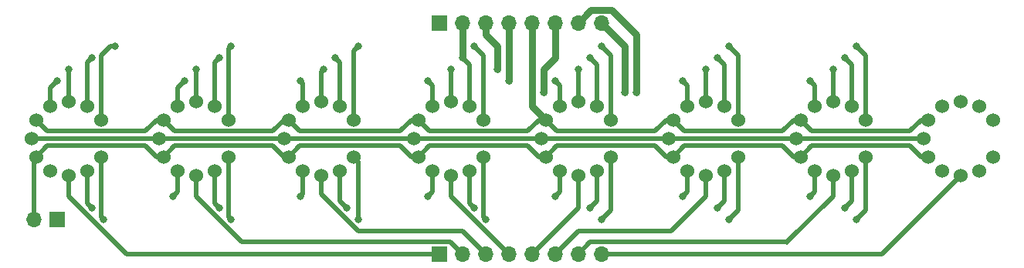
<source format=gtl>
%TF.GenerationSoftware,KiCad,Pcbnew,(6.0.2)*%
%TF.CreationDate,2022-05-27T21:50:11+02:00*%
%TF.ProjectId,divergence_meter_top,64697665-7267-4656-9e63-655f6d657465,rev?*%
%TF.SameCoordinates,Original*%
%TF.FileFunction,Copper,L1,Top*%
%TF.FilePolarity,Positive*%
%FSLAX46Y46*%
G04 Gerber Fmt 4.6, Leading zero omitted, Abs format (unit mm)*
G04 Created by KiCad (PCBNEW (6.0.2)) date 2022-05-27 21:50:11*
%MOMM*%
%LPD*%
G01*
G04 APERTURE LIST*
%TA.AperFunction,ComponentPad*%
%ADD10C,1.524000*%
%TD*%
%TA.AperFunction,ComponentPad*%
%ADD11R,1.700000X1.700000*%
%TD*%
%TA.AperFunction,ComponentPad*%
%ADD12O,1.700000X1.700000*%
%TD*%
%TA.AperFunction,ViaPad*%
%ADD13C,0.800000*%
%TD*%
%TA.AperFunction,Conductor*%
%ADD14C,0.500000*%
%TD*%
%TA.AperFunction,Conductor*%
%ADD15C,0.750000*%
%TD*%
G04 APERTURE END LIST*
D10*
%TO.P,itr7,1,B*%
%TO.N,Net-(JS1-Pad1)*%
X188976000Y-105918000D03*
%TO.P,itr7,2,A*%
%TO.N,Net-(JS1-Pad2)*%
X187452000Y-104394000D03*
%TO.P,itr7,3,G*%
%TO.N,Net-(JS1-Pad3)*%
X185420000Y-103886000D03*
%TO.P,itr7,4,F*%
%TO.N,Net-(JS1-Pad4)*%
X183388000Y-104394000D03*
%TO.P,itr7,5,E*%
%TO.N,Net-(JS1-Pad5)*%
X181864000Y-105918000D03*
%TO.P,itr7,6,D*%
%TO.N,Net-(JS1-Pad6)*%
X181356000Y-107950000D03*
%TO.P,itr7,7,Cath*%
%TO.N,Net-(JP1-Pad2)*%
X181864000Y-109982000D03*
%TO.P,itr7,8,Cath*%
%TO.N,Net-(JP1-Pad1)*%
X183388000Y-111506000D03*
%TO.P,itr7,9,Grid*%
%TO.N,Net-(JG1-Pad7)*%
X185420000Y-112014000D03*
%TO.P,itr7,10,C*%
%TO.N,Net-(JS1-Pad7)*%
X187452000Y-111506000D03*
%TO.P,itr7,11,DP*%
%TO.N,Net-(JS1-Pad8)*%
X188976000Y-109982000D03*
%TD*%
%TO.P,itr6,1,B*%
%TO.N,Net-(JS1-Pad1)*%
X175006000Y-105918000D03*
%TO.P,itr6,2,A*%
%TO.N,Net-(JS1-Pad2)*%
X173482000Y-104394000D03*
%TO.P,itr6,3,G*%
%TO.N,Net-(JS1-Pad3)*%
X171450000Y-103886000D03*
%TO.P,itr6,4,F*%
%TO.N,Net-(JS1-Pad4)*%
X169418000Y-104394000D03*
%TO.P,itr6,5,E*%
%TO.N,Net-(JS1-Pad5)*%
X167894000Y-105918000D03*
%TO.P,itr6,6,D*%
%TO.N,Net-(JS1-Pad6)*%
X167386000Y-107950000D03*
%TO.P,itr6,7,Cath*%
%TO.N,Net-(JP1-Pad2)*%
X167894000Y-109982000D03*
%TO.P,itr6,8,Cath*%
%TO.N,Net-(JP1-Pad1)*%
X169418000Y-111506000D03*
%TO.P,itr6,9,Grid*%
%TO.N,Net-(JG1-Pad6)*%
X171450000Y-112014000D03*
%TO.P,itr6,10,C*%
%TO.N,Net-(JS1-Pad7)*%
X173482000Y-111506000D03*
%TO.P,itr6,11,DP*%
%TO.N,Net-(JS1-Pad8)*%
X175006000Y-109982000D03*
%TD*%
%TO.P,itr2,1,B*%
%TO.N,Net-(JS1-Pad1)*%
X119126000Y-105918000D03*
%TO.P,itr2,2,A*%
%TO.N,Net-(JS1-Pad2)*%
X117602000Y-104394000D03*
%TO.P,itr2,3,G*%
%TO.N,Net-(JS1-Pad3)*%
X115570000Y-103886000D03*
%TO.P,itr2,4,F*%
%TO.N,Net-(JS1-Pad4)*%
X113538000Y-104394000D03*
%TO.P,itr2,5,E*%
%TO.N,Net-(JS1-Pad5)*%
X112014000Y-105918000D03*
%TO.P,itr2,6,D*%
%TO.N,Net-(JS1-Pad6)*%
X111506000Y-107950000D03*
%TO.P,itr2,7,Cath*%
%TO.N,Net-(JP1-Pad2)*%
X112014000Y-109982000D03*
%TO.P,itr2,8,Cath*%
%TO.N,Net-(JP1-Pad1)*%
X113538000Y-111506000D03*
%TO.P,itr2,9,Grid*%
%TO.N,Net-(JG1-Pad2)*%
X115570000Y-112014000D03*
%TO.P,itr2,10,C*%
%TO.N,Net-(JS1-Pad7)*%
X117602000Y-111506000D03*
%TO.P,itr2,11,DP*%
%TO.N,Net-(JS1-Pad8)*%
X119126000Y-109982000D03*
%TD*%
%TO.P,itr3,1,B*%
%TO.N,Net-(JS1-Pad1)*%
X132842000Y-105918000D03*
%TO.P,itr3,2,A*%
%TO.N,Net-(JS1-Pad2)*%
X131318000Y-104394000D03*
%TO.P,itr3,3,G*%
%TO.N,Net-(JS1-Pad3)*%
X129286000Y-103886000D03*
%TO.P,itr3,4,F*%
%TO.N,Net-(JS1-Pad4)*%
X127254000Y-104394000D03*
%TO.P,itr3,5,E*%
%TO.N,Net-(JS1-Pad5)*%
X125730000Y-105918000D03*
%TO.P,itr3,6,D*%
%TO.N,Net-(JS1-Pad6)*%
X125222000Y-107950000D03*
%TO.P,itr3,7,Cath*%
%TO.N,Net-(JP1-Pad2)*%
X125730000Y-109982000D03*
%TO.P,itr3,8,Cath*%
%TO.N,Net-(JP1-Pad1)*%
X127254000Y-111506000D03*
%TO.P,itr3,9,Grid*%
%TO.N,Net-(JG1-Pad3)*%
X129286000Y-112014000D03*
%TO.P,itr3,10,C*%
%TO.N,Net-(JS1-Pad7)*%
X131318000Y-111506000D03*
%TO.P,itr3,11,DP*%
%TO.N,Net-(JS1-Pad8)*%
X132842000Y-109982000D03*
%TD*%
%TO.P,itr8,1,B*%
%TO.N,Net-(JS1-Pad1)*%
X202946000Y-105918000D03*
%TO.P,itr8,2,A*%
%TO.N,Net-(JS1-Pad2)*%
X201422000Y-104394000D03*
%TO.P,itr8,3,G*%
%TO.N,Net-(JS1-Pad3)*%
X199390000Y-103886000D03*
%TO.P,itr8,4,F*%
%TO.N,Net-(JS1-Pad4)*%
X197358000Y-104394000D03*
%TO.P,itr8,5,E*%
%TO.N,Net-(JS1-Pad5)*%
X195834000Y-105918000D03*
%TO.P,itr8,6,D*%
%TO.N,Net-(JS1-Pad6)*%
X195326000Y-107950000D03*
%TO.P,itr8,7,Cath*%
%TO.N,Net-(JP1-Pad2)*%
X195834000Y-109982000D03*
%TO.P,itr8,8,Cath*%
%TO.N,Net-(JP1-Pad1)*%
X197358000Y-111506000D03*
%TO.P,itr8,9,Grid*%
%TO.N,Net-(JG1-Pad8)*%
X199390000Y-112014000D03*
%TO.P,itr8,10,C*%
%TO.N,Net-(JS1-Pad7)*%
X201422000Y-111506000D03*
%TO.P,itr8,11,DP*%
%TO.N,Net-(JS1-Pad8)*%
X202946000Y-109982000D03*
%TD*%
%TO.P,itr4,1,B*%
%TO.N,Net-(JS1-Pad1)*%
X147066000Y-105918000D03*
%TO.P,itr4,2,A*%
%TO.N,Net-(JS1-Pad2)*%
X145542000Y-104394000D03*
%TO.P,itr4,3,G*%
%TO.N,Net-(JS1-Pad3)*%
X143510000Y-103886000D03*
%TO.P,itr4,4,F*%
%TO.N,Net-(JS1-Pad4)*%
X141478000Y-104394000D03*
%TO.P,itr4,5,E*%
%TO.N,Net-(JS1-Pad5)*%
X139954000Y-105918000D03*
%TO.P,itr4,6,D*%
%TO.N,Net-(JS1-Pad6)*%
X139446000Y-107950000D03*
%TO.P,itr4,7,Cath*%
%TO.N,Net-(JP1-Pad2)*%
X139954000Y-109982000D03*
%TO.P,itr4,8,Cath*%
%TO.N,Net-(JP1-Pad1)*%
X141478000Y-111506000D03*
%TO.P,itr4,9,Grid*%
%TO.N,Net-(JG1-Pad4)*%
X143510000Y-112014000D03*
%TO.P,itr4,10,C*%
%TO.N,Net-(JS1-Pad7)*%
X145542000Y-111506000D03*
%TO.P,itr4,11,DP*%
%TO.N,Net-(JS1-Pad8)*%
X147066000Y-109982000D03*
%TD*%
%TO.P,itr1,1,B*%
%TO.N,Net-(JS1-Pad1)*%
X105156000Y-105918000D03*
%TO.P,itr1,2,A*%
%TO.N,Net-(JS1-Pad2)*%
X103632000Y-104394000D03*
%TO.P,itr1,3,G*%
%TO.N,Net-(JS1-Pad3)*%
X101600000Y-103886000D03*
%TO.P,itr1,4,F*%
%TO.N,Net-(JS1-Pad4)*%
X99568000Y-104394000D03*
%TO.P,itr1,5,E*%
%TO.N,Net-(JS1-Pad5)*%
X98044000Y-105918000D03*
%TO.P,itr1,6,D*%
%TO.N,Net-(JS1-Pad6)*%
X97536000Y-107950000D03*
%TO.P,itr1,7,Cath*%
%TO.N,Net-(JP1-Pad2)*%
X98044000Y-109982000D03*
%TO.P,itr1,8,Cath*%
%TO.N,Net-(JP1-Pad1)*%
X99568000Y-111506000D03*
%TO.P,itr1,9,Grid*%
%TO.N,Net-(JG1-Pad1)*%
X101600000Y-112014000D03*
%TO.P,itr1,10,C*%
%TO.N,Net-(JS1-Pad7)*%
X103632000Y-111506000D03*
%TO.P,itr1,11,DP*%
%TO.N,Net-(JS1-Pad8)*%
X105156000Y-109982000D03*
%TD*%
%TO.P,itr5,1,B*%
%TO.N,Net-(JS1-Pad1)*%
X161036000Y-105918000D03*
%TO.P,itr5,2,A*%
%TO.N,Net-(JS1-Pad2)*%
X159512000Y-104394000D03*
%TO.P,itr5,3,G*%
%TO.N,Net-(JS1-Pad3)*%
X157480000Y-103886000D03*
%TO.P,itr5,4,F*%
%TO.N,Net-(JS1-Pad4)*%
X155448000Y-104394000D03*
%TO.P,itr5,5,E*%
%TO.N,Net-(JS1-Pad5)*%
X153924000Y-105918000D03*
%TO.P,itr5,6,D*%
%TO.N,Net-(JS1-Pad6)*%
X153416000Y-107950000D03*
%TO.P,itr5,7,Cath*%
%TO.N,Net-(JP1-Pad2)*%
X153924000Y-109982000D03*
%TO.P,itr5,8,Cath*%
%TO.N,Net-(JP1-Pad1)*%
X155448000Y-111506000D03*
%TO.P,itr5,9,Grid*%
%TO.N,Net-(JG1-Pad5)*%
X157480000Y-112014000D03*
%TO.P,itr5,10,C*%
%TO.N,Net-(JS1-Pad7)*%
X159512000Y-111506000D03*
%TO.P,itr5,11,DP*%
%TO.N,Net-(JS1-Pad8)*%
X161036000Y-109982000D03*
%TD*%
D11*
%TO.P,JP1,1,Pin_1*%
%TO.N,Net-(JP1-Pad1)*%
X100330000Y-116840000D03*
D12*
%TO.P,JP1,2,Pin_2*%
%TO.N,Net-(JP1-Pad2)*%
X97790000Y-116840000D03*
%TD*%
D11*
%TO.P,JG1,1,Pin_1*%
%TO.N,Net-(JG1-Pad1)*%
X142240000Y-120650000D03*
D12*
%TO.P,JG1,2,Pin_2*%
%TO.N,Net-(JG1-Pad2)*%
X144780000Y-120650000D03*
%TO.P,JG1,3,Pin_3*%
%TO.N,Net-(JG1-Pad3)*%
X147320000Y-120650000D03*
%TO.P,JG1,4,Pin_4*%
%TO.N,Net-(JG1-Pad4)*%
X149860000Y-120650000D03*
%TO.P,JG1,5,Pin_5*%
%TO.N,Net-(JG1-Pad5)*%
X152400000Y-120650000D03*
%TO.P,JG1,6,Pin_6*%
%TO.N,Net-(JG1-Pad6)*%
X154940000Y-120650000D03*
%TO.P,JG1,7,Pin_7*%
%TO.N,Net-(JG1-Pad7)*%
X157480000Y-120650000D03*
%TO.P,JG1,8,Pin_8*%
%TO.N,Net-(JG1-Pad8)*%
X160020000Y-120650000D03*
%TD*%
D11*
%TO.P,JS1,1,Pin_1*%
%TO.N,Net-(JS1-Pad1)*%
X142240000Y-95250000D03*
D12*
%TO.P,JS1,2,Pin_2*%
%TO.N,Net-(JS1-Pad2)*%
X144780000Y-95250000D03*
%TO.P,JS1,3,Pin_3*%
%TO.N,Net-(JS1-Pad3)*%
X147320000Y-95250000D03*
%TO.P,JS1,4,Pin_4*%
%TO.N,Net-(JS1-Pad4)*%
X149860000Y-95250000D03*
%TO.P,JS1,5,Pin_5*%
%TO.N,Net-(JS1-Pad5)*%
X152400000Y-95250000D03*
%TO.P,JS1,6,Pin_6*%
%TO.N,Net-(JS1-Pad6)*%
X154940000Y-95250000D03*
%TO.P,JS1,7,Pin_7*%
%TO.N,Net-(JS1-Pad7)*%
X157480000Y-95250000D03*
%TO.P,JS1,8,Pin_8*%
%TO.N,Net-(JS1-Pad8)*%
X160020000Y-95250000D03*
%TD*%
D13*
%TO.N,Net-(JS1-Pad1)*%
X133350000Y-97790000D03*
X119380000Y-97790000D03*
X173990000Y-97790000D03*
X187960000Y-97790000D03*
X146050000Y-97790000D03*
X160020000Y-97790000D03*
X106680000Y-97790000D03*
%TO.N,Net-(JS1-Pad2)*%
X144780000Y-99060000D03*
X130810000Y-99060000D03*
X104140000Y-99060000D03*
X172720000Y-99060000D03*
X118110000Y-99060000D03*
X158750000Y-99060000D03*
X186690000Y-99060000D03*
%TO.N,Net-(JS1-Pad3)*%
X115570000Y-100330000D03*
X143510000Y-100330000D03*
X101600000Y-100330000D03*
X171450000Y-100330000D03*
X148590000Y-100330000D03*
X129540000Y-100330000D03*
X157480000Y-100330000D03*
X185420000Y-100330000D03*
%TO.N,Net-(JS1-Pad4)*%
X149860000Y-101600000D03*
X154940000Y-101600000D03*
X182880000Y-101600000D03*
X168910000Y-101600000D03*
X100330000Y-101600000D03*
X114300000Y-101600000D03*
X140970000Y-101600000D03*
X127000000Y-101600000D03*
%TO.N,Net-(JS1-Pad6)*%
X153670000Y-102870000D03*
%TO.N,Net-(JP1-Pad1)*%
X140970000Y-114300000D03*
X168910000Y-114300000D03*
X182880000Y-114300000D03*
X113030000Y-114300000D03*
X127000000Y-114300000D03*
X154940000Y-114300000D03*
%TO.N,Net-(JS1-Pad7)*%
X146050000Y-115570000D03*
X172720000Y-115570000D03*
X163830000Y-102870000D03*
X104140000Y-115570000D03*
X132080000Y-115570000D03*
X158750000Y-115570000D03*
X186690000Y-115570000D03*
X118110000Y-115570000D03*
%TO.N,Net-(JS1-Pad8)*%
X147320000Y-116840000D03*
X187960000Y-116840000D03*
X173990000Y-116840000D03*
X133350000Y-116840000D03*
X105410000Y-116840000D03*
X119380000Y-116840000D03*
X162560000Y-102870000D03*
X160020000Y-116840000D03*
%TD*%
D14*
%TO.N,Net-(JS1-Pad1)*%
X132842000Y-105918000D02*
X132842000Y-98298000D01*
X105156000Y-105918000D02*
X105156000Y-98806000D01*
X119126000Y-105918000D02*
X119126000Y-98044000D01*
X175006000Y-98806000D02*
X173990000Y-97790000D01*
X119126000Y-98044000D02*
X119380000Y-97790000D01*
X175006000Y-105918000D02*
X175006000Y-98806000D01*
X147066000Y-105918000D02*
X147066000Y-98806000D01*
X188976000Y-98806000D02*
X187960000Y-97790000D01*
X106172000Y-97790000D02*
X106680000Y-97790000D01*
X105156000Y-98806000D02*
X106172000Y-97790000D01*
X161036000Y-105918000D02*
X161036000Y-98806000D01*
X161036000Y-98806000D02*
X160020000Y-97790000D01*
X147066000Y-98806000D02*
X146050000Y-97790000D01*
X188976000Y-105918000D02*
X188976000Y-98806000D01*
X132842000Y-98298000D02*
X133350000Y-97790000D01*
%TO.N,Net-(JS1-Pad2)*%
X131318000Y-104394000D02*
X131318000Y-99568000D01*
X103632000Y-99822000D02*
X103632000Y-99568000D01*
X187452000Y-99822000D02*
X186690000Y-99060000D01*
X173482000Y-99822000D02*
X172720000Y-99060000D01*
X159512000Y-104394000D02*
X159512000Y-99822000D01*
X103632000Y-104394000D02*
X103632000Y-99822000D01*
X117602000Y-99568000D02*
X118110000Y-99060000D01*
X131318000Y-99568000D02*
X130810000Y-99060000D01*
X145542000Y-104394000D02*
X145542000Y-99822000D01*
X103632000Y-99568000D02*
X104140000Y-99060000D01*
X117602000Y-99822000D02*
X117602000Y-99568000D01*
X117602000Y-104394000D02*
X117602000Y-99822000D01*
X159512000Y-99822000D02*
X158750000Y-99060000D01*
X187452000Y-104394000D02*
X187452000Y-99822000D01*
X173482000Y-104394000D02*
X173482000Y-99822000D01*
D15*
X144780000Y-95250000D02*
X144780000Y-99060000D01*
D14*
X145542000Y-99822000D02*
X144780000Y-99060000D01*
%TO.N,Net-(JS1-Pad3)*%
X185420000Y-103886000D02*
X185420000Y-100330000D01*
X143510000Y-103886000D02*
X143510000Y-100330000D01*
X115570000Y-103886000D02*
X115570000Y-100330000D01*
X101600000Y-103886000D02*
X101600000Y-100330000D01*
X129286000Y-100584000D02*
X129540000Y-100330000D01*
D15*
X148590000Y-97790000D02*
X148590000Y-100330000D01*
X147320000Y-95250000D02*
X147320000Y-96520000D01*
X147320000Y-96520000D02*
X148590000Y-97790000D01*
D14*
X171450000Y-103886000D02*
X171450000Y-100330000D01*
X157480000Y-103886000D02*
X157480000Y-100330000D01*
X129286000Y-103886000D02*
X129286000Y-100584000D01*
%TO.N,Net-(JS1-Pad4)*%
X169418000Y-102108000D02*
X168910000Y-101600000D01*
X183388000Y-104394000D02*
X183388000Y-102108000D01*
X127254000Y-104394000D02*
X127254000Y-101854000D01*
X183388000Y-102108000D02*
X182880000Y-101600000D01*
D15*
X149860000Y-95250000D02*
X149860000Y-101600000D01*
D14*
X155448000Y-104394000D02*
X155448000Y-102108000D01*
X113538000Y-102362000D02*
X114300000Y-101600000D01*
X155448000Y-102108000D02*
X154940000Y-101600000D01*
X99568000Y-102362000D02*
X100330000Y-101600000D01*
X99568000Y-104394000D02*
X99568000Y-102362000D01*
X113538000Y-104394000D02*
X113538000Y-102362000D01*
X141478000Y-104394000D02*
X141478000Y-102108000D01*
X169418000Y-104394000D02*
X169418000Y-102108000D01*
X141478000Y-102108000D02*
X140970000Y-101600000D01*
%TO.N,Net-(JS1-Pad5)*%
X98044000Y-105918000D02*
X99255511Y-107129511D01*
X195072000Y-105918000D02*
X195834000Y-105918000D01*
X183075511Y-107129511D02*
X193860489Y-107129511D01*
X155135511Y-107129511D02*
X165920489Y-107129511D01*
X141165511Y-107129511D02*
X151950489Y-107129511D01*
X153162000Y-105918000D02*
X153924000Y-105918000D01*
D15*
X152400000Y-95250000D02*
X152400000Y-104394000D01*
D14*
X125730000Y-105918000D02*
X126941511Y-107129511D01*
X139192000Y-105918000D02*
X139954000Y-105918000D01*
X181102000Y-105918000D02*
X181864000Y-105918000D01*
X181864000Y-105918000D02*
X183075511Y-107129511D01*
X193860489Y-107129511D02*
X195072000Y-105918000D01*
X110040489Y-107129511D02*
X111252000Y-105918000D01*
X167132000Y-105918000D02*
X167894000Y-105918000D01*
X179890489Y-107129511D02*
X181102000Y-105918000D01*
X113225511Y-107129511D02*
X124010489Y-107129511D01*
X169105511Y-107129511D02*
X179890489Y-107129511D01*
X99255511Y-107129511D02*
X110040489Y-107129511D01*
X153924000Y-105918000D02*
X155135511Y-107129511D01*
X124010489Y-107129511D02*
X125222000Y-105918000D01*
X126941511Y-107129511D02*
X137980489Y-107129511D01*
X137980489Y-107129511D02*
X139192000Y-105918000D01*
X167894000Y-105918000D02*
X169105511Y-107129511D01*
D15*
X152400000Y-104394000D02*
X153924000Y-105918000D01*
D14*
X165920489Y-107129511D02*
X167132000Y-105918000D01*
X151950489Y-107129511D02*
X153162000Y-105918000D01*
X111252000Y-105918000D02*
X112014000Y-105918000D01*
X139954000Y-105918000D02*
X141165511Y-107129511D01*
X125222000Y-105918000D02*
X125730000Y-105918000D01*
X112014000Y-105918000D02*
X113225511Y-107129511D01*
D15*
%TO.N,Net-(JS1-Pad6)*%
X154940000Y-99060000D02*
X153670000Y-100330000D01*
D14*
X97536000Y-107950000D02*
X195326000Y-107950000D01*
D15*
X153670000Y-100330000D02*
X153670000Y-102870000D01*
X154940000Y-95250000D02*
X154940000Y-99060000D01*
D14*
%TO.N,Net-(JP1-Pad2)*%
X155135511Y-108770489D02*
X165920489Y-108770489D01*
X111252000Y-109982000D02*
X112014000Y-109982000D01*
X113225511Y-108770489D02*
X124010489Y-108770489D01*
X99255511Y-108770489D02*
X110040489Y-108770489D01*
X98044000Y-109982000D02*
X99255511Y-108770489D01*
X167894000Y-109982000D02*
X169105511Y-108770489D01*
X165920489Y-108770489D02*
X167132000Y-109982000D01*
X137980489Y-108770489D02*
X139192000Y-109982000D01*
X151950489Y-108770489D02*
X153162000Y-109982000D01*
X124010489Y-108770489D02*
X125222000Y-109982000D01*
X110040489Y-108770489D02*
X111252000Y-109982000D01*
X181102000Y-109982000D02*
X181864000Y-109982000D01*
X181864000Y-109982000D02*
X183075511Y-108770489D01*
X97790000Y-110236000D02*
X98044000Y-109982000D01*
X179890489Y-108770489D02*
X181102000Y-109982000D01*
X126941511Y-108770489D02*
X137980489Y-108770489D01*
X167132000Y-109982000D02*
X167894000Y-109982000D01*
X169105511Y-108770489D02*
X179890489Y-108770489D01*
X153924000Y-109982000D02*
X155135511Y-108770489D01*
X97790000Y-116840000D02*
X97790000Y-110236000D01*
X125730000Y-109982000D02*
X126941511Y-108770489D01*
X195072000Y-109982000D02*
X195834000Y-109982000D01*
X141165511Y-108770489D02*
X151950489Y-108770489D01*
X153162000Y-109982000D02*
X153924000Y-109982000D01*
X139192000Y-109982000D02*
X139954000Y-109982000D01*
X183075511Y-108770489D02*
X193860489Y-108770489D01*
X139954000Y-109982000D02*
X141165511Y-108770489D01*
X112014000Y-109982000D02*
X113225511Y-108770489D01*
X125222000Y-109982000D02*
X125730000Y-109982000D01*
X193860489Y-108770489D02*
X195072000Y-109982000D01*
%TO.N,Net-(JP1-Pad1)*%
X141478000Y-111506000D02*
X141478000Y-113792000D01*
X169418000Y-113792000D02*
X168910000Y-114300000D01*
X113538000Y-113792000D02*
X113030000Y-114300000D01*
X127254000Y-114046000D02*
X127000000Y-114300000D01*
X183388000Y-113792000D02*
X182880000Y-114300000D01*
X113538000Y-111506000D02*
X113538000Y-113792000D01*
X155448000Y-111506000D02*
X155448000Y-113792000D01*
X155448000Y-113792000D02*
X154940000Y-114300000D01*
X127254000Y-111506000D02*
X127254000Y-114046000D01*
X141478000Y-113792000D02*
X140970000Y-114300000D01*
X169418000Y-111506000D02*
X169418000Y-113792000D01*
X183388000Y-111506000D02*
X183388000Y-113792000D01*
%TO.N,Net-(JG1-Pad1)*%
X142240000Y-120650000D02*
X107950000Y-120650000D01*
X101600000Y-112014000D02*
X101600000Y-114300000D01*
X101600000Y-114300000D02*
X107950000Y-120650000D01*
%TO.N,Net-(JS1-Pad7)*%
X117602000Y-115062000D02*
X118110000Y-115570000D01*
X103632000Y-115062000D02*
X104140000Y-115570000D01*
D15*
X160020000Y-93825489D02*
X161135489Y-93825489D01*
D14*
X103632000Y-111506000D02*
X103632000Y-115062000D01*
X187452000Y-111506000D02*
X187452000Y-114808000D01*
X131318000Y-114808000D02*
X132080000Y-115570000D01*
D15*
X158904511Y-93825489D02*
X160020000Y-93825489D01*
D14*
X173482000Y-114808000D02*
X172720000Y-115570000D01*
X117602000Y-111506000D02*
X117602000Y-115062000D01*
X159512000Y-114808000D02*
X158750000Y-115570000D01*
X145542000Y-111506000D02*
X145542000Y-115062000D01*
X159512000Y-111506000D02*
X159512000Y-114808000D01*
X187452000Y-114808000D02*
X186690000Y-115570000D01*
X173482000Y-111506000D02*
X173482000Y-114808000D01*
X145542000Y-115062000D02*
X146050000Y-115570000D01*
D15*
X163830000Y-96520000D02*
X163830000Y-102870000D01*
X161135489Y-93825489D02*
X163830000Y-96520000D01*
X157480000Y-95250000D02*
X158904511Y-93825489D01*
D14*
X131318000Y-111506000D02*
X131318000Y-114808000D01*
D15*
%TO.N,Net-(JS1-Pad8)*%
X160020000Y-95250000D02*
X162560000Y-97790000D01*
D14*
X188976000Y-115824000D02*
X187960000Y-116840000D01*
X161036000Y-109982000D02*
X161036000Y-115824000D01*
X161036000Y-115824000D02*
X160020000Y-116840000D01*
X147066000Y-109982000D02*
X147066000Y-116586000D01*
X188976000Y-109982000D02*
X188976000Y-115824000D01*
X105156000Y-116586000D02*
X105410000Y-116840000D01*
X132842000Y-109982000D02*
X133350000Y-110490000D01*
X119126000Y-116586000D02*
X119380000Y-116840000D01*
X175006000Y-115824000D02*
X173990000Y-116840000D01*
X133350000Y-110490000D02*
X133350000Y-116840000D01*
X147066000Y-116586000D02*
X147320000Y-116840000D01*
X105156000Y-109982000D02*
X105156000Y-116586000D01*
D15*
X162560000Y-97790000D02*
X162560000Y-102870000D01*
D14*
X119126000Y-109982000D02*
X119126000Y-116586000D01*
X175006000Y-109982000D02*
X175006000Y-115824000D01*
%TO.N,Net-(JG1-Pad8)*%
X190754000Y-120650000D02*
X199390000Y-112014000D01*
X160020000Y-120650000D02*
X190754000Y-120650000D01*
%TO.N,Net-(JG1-Pad2)*%
X115570000Y-114300000D02*
X115570000Y-112014000D01*
X120620489Y-119350489D02*
X115570000Y-114300000D01*
X120620489Y-119350489D02*
X143480489Y-119350489D01*
X143480489Y-119350489D02*
X144780000Y-120650000D01*
%TO.N,Net-(JG1-Pad7)*%
X180369511Y-119350489D02*
X185420000Y-114300000D01*
X158779511Y-119350489D02*
X180310489Y-119350489D01*
X157480000Y-120650000D02*
X158779511Y-119350489D01*
X180310489Y-119350489D02*
X180340000Y-119380000D01*
X185420000Y-114300000D02*
X185420000Y-112014000D01*
%TO.N,Net-(JG1-Pad3)*%
X133350000Y-118110000D02*
X144780000Y-118110000D01*
X129286000Y-114046000D02*
X133350000Y-118110000D01*
X129286000Y-112014000D02*
X129286000Y-114046000D01*
X144780000Y-118110000D02*
X147320000Y-120650000D01*
%TO.N,Net-(JG1-Pad6)*%
X157480000Y-118110000D02*
X165100000Y-118110000D01*
X167640000Y-118110000D02*
X171450000Y-114300000D01*
X154940000Y-120650000D02*
X157480000Y-118110000D01*
X165100000Y-118110000D02*
X167640000Y-118110000D01*
X171450000Y-114300000D02*
X171450000Y-112014000D01*
%TO.N,Net-(JG1-Pad4)*%
X149860000Y-120650000D02*
X143510000Y-114300000D01*
X143510000Y-112014000D02*
X143510000Y-114300000D01*
%TO.N,Net-(JG1-Pad5)*%
X157480000Y-115570000D02*
X157480000Y-112014000D01*
X152400000Y-120650000D02*
X157480000Y-115570000D01*
%TD*%
M02*

</source>
